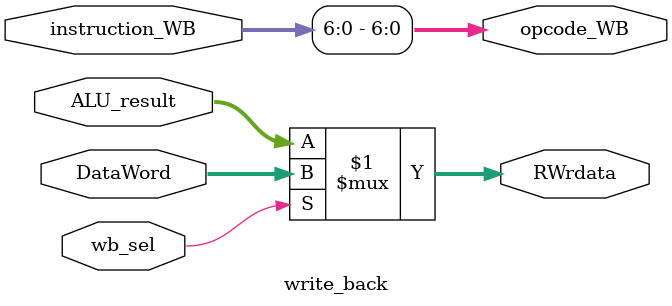
<source format=v>
module write_back(
    //control unit
    input wb_sel,
    //from mem_access
    input [31:0] ALU_result,
    input [31:0]DataWord,
    input [31:0]instruction_WB,
    //write back data output 
    output [31:0]RWrdata,
    output [6:0] opcode_WB

);
//wb_sel 0->ALU_result  1->DataWord

assign RWrdata = (wb_sel)? DataWord:ALU_result; // data back to register 

assign opcode_WB = instruction_WB[6:0];
endmodule
</source>
